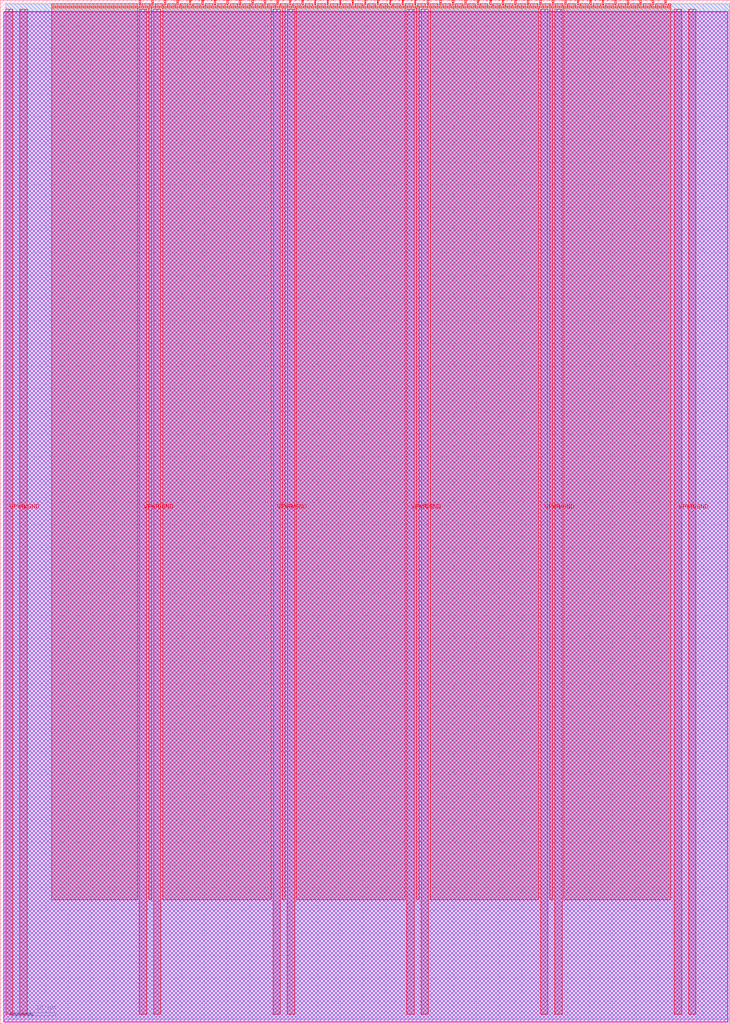
<source format=lef>
VERSION 5.7 ;
  NOWIREEXTENSIONATPIN ON ;
  DIVIDERCHAR "/" ;
  BUSBITCHARS "[]" ;
MACRO tt_um_rom_vga_screensaver
  CLASS BLOCK ;
  FOREIGN tt_um_rom_vga_screensaver ;
  ORIGIN 0.000 0.000 ;
  SIZE 161.000 BY 225.760 ;
  PIN VGND
    DIRECTION INOUT ;
    USE GROUND ;
    PORT
      LAYER met4 ;
        RECT 4.300 2.060 5.900 223.700 ;
    END
    PORT
      LAYER met4 ;
        RECT 33.800 2.060 35.400 223.700 ;
    END
    PORT
      LAYER met4 ;
        RECT 63.300 2.060 64.900 223.700 ;
    END
    PORT
      LAYER met4 ;
        RECT 92.800 2.060 94.400 223.700 ;
    END
    PORT
      LAYER met4 ;
        RECT 122.300 2.060 123.900 223.700 ;
    END
    PORT
      LAYER met4 ;
        RECT 151.800 2.060 153.400 223.700 ;
    END
  END VGND
  PIN VPWR
    DIRECTION INOUT ;
    USE POWER ;
    PORT
      LAYER met4 ;
        RECT 1.200 2.060 2.800 223.700 ;
    END
    PORT
      LAYER met4 ;
        RECT 30.700 2.060 32.300 223.700 ;
    END
    PORT
      LAYER met4 ;
        RECT 60.200 2.060 61.800 223.700 ;
    END
    PORT
      LAYER met4 ;
        RECT 89.700 2.060 91.300 223.700 ;
    END
    PORT
      LAYER met4 ;
        RECT 119.200 2.060 120.800 223.700 ;
    END
    PORT
      LAYER met4 ;
        RECT 148.700 2.060 150.300 223.700 ;
    END
  END VPWR
  PIN clk
    DIRECTION INPUT ;
    USE SIGNAL ;
    ANTENNAGATEAREA 0.852000 ;
    PORT
      LAYER met4 ;
        RECT 143.830 224.760 144.130 225.760 ;
    END
  END clk
  PIN ena
    DIRECTION INPUT ;
    USE SIGNAL ;
    PORT
      LAYER met4 ;
        RECT 146.590 224.760 146.890 225.760 ;
    END
  END ena
  PIN rst_n
    DIRECTION INPUT ;
    USE SIGNAL ;
    ANTENNAGATEAREA 0.196500 ;
    PORT
      LAYER met4 ;
        RECT 141.070 224.760 141.370 225.760 ;
    END
  END rst_n
  PIN ui_in[0]
    DIRECTION INPUT ;
    USE SIGNAL ;
    ANTENNAGATEAREA 0.196500 ;
    PORT
      LAYER met4 ;
        RECT 138.310 224.760 138.610 225.760 ;
    END
  END ui_in[0]
  PIN ui_in[1]
    DIRECTION INPUT ;
    USE SIGNAL ;
    PORT
      LAYER met4 ;
        RECT 135.550 224.760 135.850 225.760 ;
    END
  END ui_in[1]
  PIN ui_in[2]
    DIRECTION INPUT ;
    USE SIGNAL ;
    PORT
      LAYER met4 ;
        RECT 132.790 224.760 133.090 225.760 ;
    END
  END ui_in[2]
  PIN ui_in[3]
    DIRECTION INPUT ;
    USE SIGNAL ;
    PORT
      LAYER met4 ;
        RECT 130.030 224.760 130.330 225.760 ;
    END
  END ui_in[3]
  PIN ui_in[4]
    DIRECTION INPUT ;
    USE SIGNAL ;
    ANTENNAGATEAREA 0.196500 ;
    PORT
      LAYER met4 ;
        RECT 127.270 224.760 127.570 225.760 ;
    END
  END ui_in[4]
  PIN ui_in[5]
    DIRECTION INPUT ;
    USE SIGNAL ;
    ANTENNAGATEAREA 0.196500 ;
    PORT
      LAYER met4 ;
        RECT 124.510 224.760 124.810 225.760 ;
    END
  END ui_in[5]
  PIN ui_in[6]
    DIRECTION INPUT ;
    USE SIGNAL ;
    ANTENNAGATEAREA 0.196500 ;
    PORT
      LAYER met4 ;
        RECT 121.750 224.760 122.050 225.760 ;
    END
  END ui_in[6]
  PIN ui_in[7]
    DIRECTION INPUT ;
    USE SIGNAL ;
    PORT
      LAYER met4 ;
        RECT 118.990 224.760 119.290 225.760 ;
    END
  END ui_in[7]
  PIN uio_in[0]
    DIRECTION INPUT ;
    USE SIGNAL ;
    PORT
      LAYER met4 ;
        RECT 116.230 224.760 116.530 225.760 ;
    END
  END uio_in[0]
  PIN uio_in[1]
    DIRECTION INPUT ;
    USE SIGNAL ;
    PORT
      LAYER met4 ;
        RECT 113.470 224.760 113.770 225.760 ;
    END
  END uio_in[1]
  PIN uio_in[2]
    DIRECTION INPUT ;
    USE SIGNAL ;
    PORT
      LAYER met4 ;
        RECT 110.710 224.760 111.010 225.760 ;
    END
  END uio_in[2]
  PIN uio_in[3]
    DIRECTION INPUT ;
    USE SIGNAL ;
    PORT
      LAYER met4 ;
        RECT 107.950 224.760 108.250 225.760 ;
    END
  END uio_in[3]
  PIN uio_in[4]
    DIRECTION INPUT ;
    USE SIGNAL ;
    PORT
      LAYER met4 ;
        RECT 105.190 224.760 105.490 225.760 ;
    END
  END uio_in[4]
  PIN uio_in[5]
    DIRECTION INPUT ;
    USE SIGNAL ;
    PORT
      LAYER met4 ;
        RECT 102.430 224.760 102.730 225.760 ;
    END
  END uio_in[5]
  PIN uio_in[6]
    DIRECTION INPUT ;
    USE SIGNAL ;
    PORT
      LAYER met4 ;
        RECT 99.670 224.760 99.970 225.760 ;
    END
  END uio_in[6]
  PIN uio_in[7]
    DIRECTION INPUT ;
    USE SIGNAL ;
    PORT
      LAYER met4 ;
        RECT 96.910 224.760 97.210 225.760 ;
    END
  END uio_in[7]
  PIN uio_oe[0]
    DIRECTION OUTPUT ;
    USE SIGNAL ;
    PORT
      LAYER met4 ;
        RECT 49.990 224.760 50.290 225.760 ;
    END
  END uio_oe[0]
  PIN uio_oe[1]
    DIRECTION OUTPUT ;
    USE SIGNAL ;
    PORT
      LAYER met4 ;
        RECT 47.230 224.760 47.530 225.760 ;
    END
  END uio_oe[1]
  PIN uio_oe[2]
    DIRECTION OUTPUT ;
    USE SIGNAL ;
    PORT
      LAYER met4 ;
        RECT 44.470 224.760 44.770 225.760 ;
    END
  END uio_oe[2]
  PIN uio_oe[3]
    DIRECTION OUTPUT ;
    USE SIGNAL ;
    PORT
      LAYER met4 ;
        RECT 41.710 224.760 42.010 225.760 ;
    END
  END uio_oe[3]
  PIN uio_oe[4]
    DIRECTION OUTPUT ;
    USE SIGNAL ;
    PORT
      LAYER met4 ;
        RECT 38.950 224.760 39.250 225.760 ;
    END
  END uio_oe[4]
  PIN uio_oe[5]
    DIRECTION OUTPUT ;
    USE SIGNAL ;
    PORT
      LAYER met4 ;
        RECT 36.190 224.760 36.490 225.760 ;
    END
  END uio_oe[5]
  PIN uio_oe[6]
    DIRECTION OUTPUT ;
    USE SIGNAL ;
    PORT
      LAYER met4 ;
        RECT 33.430 224.760 33.730 225.760 ;
    END
  END uio_oe[6]
  PIN uio_oe[7]
    DIRECTION OUTPUT ;
    USE SIGNAL ;
    PORT
      LAYER met4 ;
        RECT 30.670 224.760 30.970 225.760 ;
    END
  END uio_oe[7]
  PIN uio_out[0]
    DIRECTION OUTPUT ;
    USE SIGNAL ;
    PORT
      LAYER met4 ;
        RECT 72.070 224.760 72.370 225.760 ;
    END
  END uio_out[0]
  PIN uio_out[1]
    DIRECTION OUTPUT ;
    USE SIGNAL ;
    PORT
      LAYER met4 ;
        RECT 69.310 224.760 69.610 225.760 ;
    END
  END uio_out[1]
  PIN uio_out[2]
    DIRECTION OUTPUT ;
    USE SIGNAL ;
    PORT
      LAYER met4 ;
        RECT 66.550 224.760 66.850 225.760 ;
    END
  END uio_out[2]
  PIN uio_out[3]
    DIRECTION OUTPUT ;
    USE SIGNAL ;
    PORT
      LAYER met4 ;
        RECT 63.790 224.760 64.090 225.760 ;
    END
  END uio_out[3]
  PIN uio_out[4]
    DIRECTION OUTPUT ;
    USE SIGNAL ;
    PORT
      LAYER met4 ;
        RECT 61.030 224.760 61.330 225.760 ;
    END
  END uio_out[4]
  PIN uio_out[5]
    DIRECTION OUTPUT ;
    USE SIGNAL ;
    PORT
      LAYER met4 ;
        RECT 58.270 224.760 58.570 225.760 ;
    END
  END uio_out[5]
  PIN uio_out[6]
    DIRECTION OUTPUT ;
    USE SIGNAL ;
    PORT
      LAYER met4 ;
        RECT 55.510 224.760 55.810 225.760 ;
    END
  END uio_out[6]
  PIN uio_out[7]
    DIRECTION OUTPUT ;
    USE SIGNAL ;
    PORT
      LAYER met4 ;
        RECT 52.750 224.760 53.050 225.760 ;
    END
  END uio_out[7]
  PIN uo_out[0]
    DIRECTION OUTPUT ;
    USE SIGNAL ;
    ANTENNADIFFAREA 0.891000 ;
    PORT
      LAYER met4 ;
        RECT 94.150 224.760 94.450 225.760 ;
    END
  END uo_out[0]
  PIN uo_out[1]
    DIRECTION OUTPUT ;
    USE SIGNAL ;
    ANTENNADIFFAREA 0.891000 ;
    PORT
      LAYER met4 ;
        RECT 91.390 224.760 91.690 225.760 ;
    END
  END uo_out[1]
  PIN uo_out[2]
    DIRECTION OUTPUT ;
    USE SIGNAL ;
    ANTENNADIFFAREA 0.891000 ;
    PORT
      LAYER met4 ;
        RECT 88.630 224.760 88.930 225.760 ;
    END
  END uo_out[2]
  PIN uo_out[3]
    DIRECTION OUTPUT ;
    USE SIGNAL ;
    ANTENNADIFFAREA 0.445500 ;
    PORT
      LAYER met4 ;
        RECT 85.870 224.760 86.170 225.760 ;
    END
  END uo_out[3]
  PIN uo_out[4]
    DIRECTION OUTPUT ;
    USE SIGNAL ;
    ANTENNADIFFAREA 0.891000 ;
    PORT
      LAYER met4 ;
        RECT 83.110 224.760 83.410 225.760 ;
    END
  END uo_out[4]
  PIN uo_out[5]
    DIRECTION OUTPUT ;
    USE SIGNAL ;
    ANTENNADIFFAREA 0.891000 ;
    PORT
      LAYER met4 ;
        RECT 80.350 224.760 80.650 225.760 ;
    END
  END uo_out[5]
  PIN uo_out[6]
    DIRECTION OUTPUT ;
    USE SIGNAL ;
    ANTENNADIFFAREA 0.891000 ;
    PORT
      LAYER met4 ;
        RECT 77.590 224.760 77.890 225.760 ;
    END
  END uo_out[6]
  PIN uo_out[7]
    DIRECTION OUTPUT ;
    USE SIGNAL ;
    ANTENNADIFFAREA 0.445500 ;
    PORT
      LAYER met4 ;
        RECT 74.830 224.760 75.130 225.760 ;
    END
  END uo_out[7]
  OBS
      LAYER nwell ;
        RECT 0.730 0.300 160.500 223.230 ;
      LAYER li1 ;
        RECT 0.920 0.420 160.315 223.125 ;
      LAYER met1 ;
        RECT 0.920 0.285 160.845 223.280 ;
      LAYER met2 ;
        RECT 1.230 1.025 160.845 224.925 ;
      LAYER met3 ;
        RECT 1.210 0.285 160.845 224.905 ;
      LAYER met4 ;
        RECT 11.335 224.360 30.270 224.905 ;
        RECT 31.370 224.360 33.030 224.905 ;
        RECT 34.130 224.360 35.790 224.905 ;
        RECT 36.890 224.360 38.550 224.905 ;
        RECT 39.650 224.360 41.310 224.905 ;
        RECT 42.410 224.360 44.070 224.905 ;
        RECT 45.170 224.360 46.830 224.905 ;
        RECT 47.930 224.360 49.590 224.905 ;
        RECT 50.690 224.360 52.350 224.905 ;
        RECT 53.450 224.360 55.110 224.905 ;
        RECT 56.210 224.360 57.870 224.905 ;
        RECT 58.970 224.360 60.630 224.905 ;
        RECT 61.730 224.360 63.390 224.905 ;
        RECT 64.490 224.360 66.150 224.905 ;
        RECT 67.250 224.360 68.910 224.905 ;
        RECT 70.010 224.360 71.670 224.905 ;
        RECT 72.770 224.360 74.430 224.905 ;
        RECT 75.530 224.360 77.190 224.905 ;
        RECT 78.290 224.360 79.950 224.905 ;
        RECT 81.050 224.360 82.710 224.905 ;
        RECT 83.810 224.360 85.470 224.905 ;
        RECT 86.570 224.360 88.230 224.905 ;
        RECT 89.330 224.360 90.990 224.905 ;
        RECT 92.090 224.360 93.750 224.905 ;
        RECT 94.850 224.360 96.510 224.905 ;
        RECT 97.610 224.360 99.270 224.905 ;
        RECT 100.370 224.360 102.030 224.905 ;
        RECT 103.130 224.360 104.790 224.905 ;
        RECT 105.890 224.360 107.550 224.905 ;
        RECT 108.650 224.360 110.310 224.905 ;
        RECT 111.410 224.360 113.070 224.905 ;
        RECT 114.170 224.360 115.830 224.905 ;
        RECT 116.930 224.360 118.590 224.905 ;
        RECT 119.690 224.360 121.350 224.905 ;
        RECT 122.450 224.360 124.110 224.905 ;
        RECT 125.210 224.360 126.870 224.905 ;
        RECT 127.970 224.360 129.630 224.905 ;
        RECT 130.730 224.360 132.390 224.905 ;
        RECT 133.490 224.360 135.150 224.905 ;
        RECT 136.250 224.360 137.910 224.905 ;
        RECT 139.010 224.360 140.670 224.905 ;
        RECT 141.770 224.360 143.430 224.905 ;
        RECT 144.530 224.360 146.190 224.905 ;
        RECT 147.290 224.360 147.825 224.905 ;
        RECT 11.335 224.100 147.825 224.360 ;
        RECT 11.335 27.375 30.300 224.100 ;
        RECT 32.700 27.375 33.400 224.100 ;
        RECT 35.800 27.375 59.800 224.100 ;
        RECT 62.200 27.375 62.900 224.100 ;
        RECT 65.300 27.375 89.300 224.100 ;
        RECT 91.700 27.375 92.400 224.100 ;
        RECT 94.800 27.375 118.800 224.100 ;
        RECT 121.200 27.375 121.900 224.100 ;
        RECT 124.300 27.375 147.825 224.100 ;
  END
END tt_um_rom_vga_screensaver
END LIBRARY


</source>
